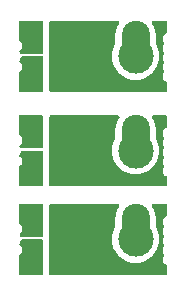
<source format=gbr>
%TF.GenerationSoftware,KiCad,Pcbnew,7.0.7*%
%TF.CreationDate,2024-01-09T18:40:06+08:00*%
%TF.ProjectId,XT302+2 PCB mod,58543330-322b-4322-9050-4342206d6f64,rev?*%
%TF.SameCoordinates,Original*%
%TF.FileFunction,Copper,L1,Top*%
%TF.FilePolarity,Positive*%
%FSLAX46Y46*%
G04 Gerber Fmt 4.6, Leading zero omitted, Abs format (unit mm)*
G04 Created by KiCad (PCBNEW 7.0.7) date 2024-01-09 18:40:06*
%MOMM*%
%LPD*%
G01*
G04 APERTURE LIST*
%TA.AperFunction,ComponentPad*%
%ADD10O,1.350000X1.350000*%
%TD*%
%TA.AperFunction,ComponentPad*%
%ADD11R,1.350000X1.350000*%
%TD*%
%TA.AperFunction,ViaPad*%
%ADD12C,1.000000*%
%TD*%
%TA.AperFunction,ViaPad*%
%ADD13C,3.000000*%
%TD*%
%TA.AperFunction,ViaPad*%
%ADD14C,2.400000*%
%TD*%
%TA.AperFunction,Conductor*%
%ADD15C,2.400000*%
%TD*%
G04 APERTURE END LIST*
D10*
%TO.P,REF\u002A\u002A,2*%
%TO.N,g*%
X195975000Y-151000000D03*
D11*
%TO.P,REF\u002A\u002A,1*%
%TO.N,T0*%
X195975000Y-149000000D03*
%TD*%
%TO.P,REF\u002A\u002A,1*%
%TO.N,T0*%
X195950000Y-141500000D03*
D10*
%TO.P,REF\u002A\u002A,2*%
%TO.N,g*%
X195950000Y-143500000D03*
%TD*%
D11*
%TO.P,REF\u002A\u002A,1*%
%TO.N,T0*%
X195950000Y-133500000D03*
D10*
%TO.P,REF\u002A\u002A,2*%
%TO.N,g*%
X195950000Y-135500000D03*
%TD*%
D12*
%TO.N,T0*%
X195800000Y-140200000D03*
X195800000Y-147650000D03*
X195800000Y-132200000D03*
%TO.N,g*%
X195800000Y-136900000D03*
X195800000Y-152400000D03*
X195800000Y-144900000D03*
D13*
%TO.N,HE-*%
X199800000Y-150000000D03*
X199800000Y-134500000D03*
D14*
X199800000Y-140700000D03*
X199800000Y-132700000D03*
X199800000Y-148200000D03*
D13*
X199800000Y-142500000D03*
D14*
%TO.N,VIN*%
X204800000Y-148200000D03*
D13*
X204800000Y-142500000D03*
D14*
X204800000Y-132700000D03*
D13*
X204800000Y-150000000D03*
D14*
X204800000Y-140700000D03*
D13*
X204800000Y-134500000D03*
%TD*%
D15*
%TO.N,VIN*%
X204800000Y-132700000D02*
X204800000Y-134500000D01*
X204800000Y-140700000D02*
X204800000Y-142500000D01*
X204800000Y-148200000D02*
X204800000Y-150000000D01*
%TD*%
%TA.AperFunction,Conductor*%
%TO.N,HE-*%
G36*
X203391097Y-139520185D02*
G01*
X203436852Y-139572989D01*
X203446796Y-139642147D01*
X203421007Y-139701811D01*
X203391038Y-139739391D01*
X203366730Y-139781493D01*
X203363748Y-139786163D01*
X203334002Y-139828454D01*
X203301052Y-139895000D01*
X203299184Y-139898488D01*
X203263606Y-139960113D01*
X203244675Y-140008348D01*
X203242523Y-140013207D01*
X203218143Y-140062447D01*
X203218135Y-140062468D01*
X203196703Y-140130186D01*
X203195307Y-140134129D01*
X203170494Y-140197355D01*
X203170493Y-140197358D01*
X203158240Y-140251036D01*
X203156906Y-140255945D01*
X203139360Y-140311388D01*
X203139357Y-140311402D01*
X203129003Y-140378429D01*
X203128175Y-140382760D01*
X203113780Y-140445829D01*
X203113778Y-140445840D01*
X203109422Y-140503948D01*
X203108869Y-140508777D01*
X203099500Y-140569440D01*
X203099499Y-140569451D01*
X203099499Y-140634058D01*
X203099326Y-140638691D01*
X203095504Y-140689701D01*
X203094732Y-140700000D01*
X203099327Y-140761326D01*
X203099500Y-140765941D01*
X203099500Y-141408344D01*
X203084332Y-141467771D01*
X202975635Y-141666833D01*
X202875628Y-141934962D01*
X202814804Y-142214566D01*
X202794390Y-142499998D01*
X202794390Y-142500001D01*
X202814804Y-142785433D01*
X202875628Y-143065037D01*
X202875630Y-143065043D01*
X202875631Y-143065046D01*
X202924159Y-143195154D01*
X202975635Y-143333166D01*
X203112770Y-143584309D01*
X203112775Y-143584317D01*
X203284254Y-143813387D01*
X203284270Y-143813405D01*
X203486594Y-144015729D01*
X203486612Y-144015745D01*
X203715682Y-144187224D01*
X203715690Y-144187229D01*
X203966833Y-144324364D01*
X203966832Y-144324364D01*
X203966836Y-144324365D01*
X203966839Y-144324367D01*
X204234954Y-144424369D01*
X204234960Y-144424370D01*
X204234962Y-144424371D01*
X204514566Y-144485195D01*
X204514568Y-144485195D01*
X204514572Y-144485196D01*
X204768220Y-144503337D01*
X204799999Y-144505610D01*
X204800000Y-144505610D01*
X204800001Y-144505610D01*
X204828595Y-144503564D01*
X205085428Y-144485196D01*
X205365046Y-144424369D01*
X205633161Y-144324367D01*
X205884315Y-144187226D01*
X206113395Y-144015739D01*
X206315739Y-143813395D01*
X206487226Y-143584315D01*
X206624367Y-143333161D01*
X206724369Y-143065046D01*
X206785196Y-142785428D01*
X206805610Y-142500000D01*
X206785196Y-142214572D01*
X206770274Y-142145978D01*
X206724371Y-141934962D01*
X206724370Y-141934960D01*
X206724369Y-141934954D01*
X206624367Y-141666839D01*
X206590912Y-141605570D01*
X206515668Y-141467771D01*
X206500500Y-141408344D01*
X206500500Y-140765941D01*
X206500672Y-140761326D01*
X206505268Y-140700000D01*
X206500620Y-140637976D01*
X206500500Y-140634841D01*
X206500500Y-140634823D01*
X206495643Y-140571563D01*
X206486222Y-140445843D01*
X206486218Y-140445828D01*
X206486092Y-140444985D01*
X206485577Y-140440459D01*
X206485516Y-140439656D01*
X206456855Y-140317180D01*
X206429508Y-140197363D01*
X206429505Y-140197355D01*
X206428140Y-140192927D01*
X206428424Y-140192839D01*
X206427515Y-140189922D01*
X206427454Y-140189942D01*
X206426020Y-140185410D01*
X206380120Y-140071527D01*
X206336392Y-139960110D01*
X206334681Y-139957147D01*
X206330859Y-139949301D01*
X206328413Y-139943232D01*
X206267250Y-139840353D01*
X206233268Y-139781493D01*
X206208959Y-139739388D01*
X206204795Y-139734166D01*
X206199984Y-139727206D01*
X206194982Y-139718792D01*
X206182283Y-139703394D01*
X206154817Y-139639150D01*
X206166443Y-139570255D01*
X206213471Y-139518582D01*
X206277948Y-139500500D01*
X207375500Y-139500500D01*
X207442539Y-139520185D01*
X207488294Y-139572989D01*
X207499500Y-139624500D01*
X207499500Y-140436610D01*
X207479815Y-140503649D01*
X207427012Y-140549404D01*
X207326186Y-140595450D01*
X207326184Y-140595451D01*
X207217414Y-140689701D01*
X207139603Y-140810777D01*
X207099058Y-140948864D01*
X207099058Y-141092791D01*
X207139603Y-141230878D01*
X207216919Y-141351185D01*
X207236603Y-141418225D01*
X207216919Y-141485263D01*
X207139603Y-141605570D01*
X207099058Y-141743657D01*
X207099058Y-141887584D01*
X207139603Y-142025671D01*
X207216919Y-142145978D01*
X207236603Y-142213018D01*
X207216919Y-142280056D01*
X207139603Y-142400363D01*
X207099058Y-142538450D01*
X207099058Y-142682377D01*
X207139603Y-142820464D01*
X207216919Y-142940771D01*
X207236603Y-143007811D01*
X207216919Y-143074849D01*
X207139603Y-143195156D01*
X207099058Y-143333243D01*
X207099058Y-143477170D01*
X207139603Y-143615257D01*
X207216919Y-143735564D01*
X207236603Y-143802604D01*
X207216919Y-143869642D01*
X207139603Y-143989949D01*
X207099058Y-144128036D01*
X207099058Y-144271963D01*
X207139603Y-144410050D01*
X207139605Y-144410053D01*
X207217415Y-144531128D01*
X207326184Y-144625376D01*
X207326188Y-144625379D01*
X207427011Y-144671423D01*
X207479815Y-144717177D01*
X207499500Y-144784217D01*
X207499500Y-145376000D01*
X207479815Y-145443039D01*
X207427011Y-145488794D01*
X207375500Y-145500000D01*
X197624000Y-145500000D01*
X197556961Y-145480315D01*
X197511206Y-145427511D01*
X197500000Y-145376000D01*
X197500000Y-139624500D01*
X197519685Y-139557461D01*
X197572489Y-139511706D01*
X197624000Y-139500500D01*
X203324058Y-139500500D01*
X203391097Y-139520185D01*
G37*
%TD.AperFunction*%
%TD*%
%TA.AperFunction,Conductor*%
%TO.N,HE-*%
G36*
X203391097Y-131520185D02*
G01*
X203436852Y-131572989D01*
X203446796Y-131642147D01*
X203421007Y-131701811D01*
X203391038Y-131739391D01*
X203366730Y-131781493D01*
X203363748Y-131786163D01*
X203334002Y-131828454D01*
X203301052Y-131895000D01*
X203299184Y-131898488D01*
X203263606Y-131960113D01*
X203244675Y-132008348D01*
X203242523Y-132013207D01*
X203218143Y-132062447D01*
X203218135Y-132062468D01*
X203196703Y-132130186D01*
X203195307Y-132134129D01*
X203170494Y-132197355D01*
X203170493Y-132197358D01*
X203158240Y-132251036D01*
X203156906Y-132255945D01*
X203139360Y-132311388D01*
X203139357Y-132311402D01*
X203129003Y-132378429D01*
X203128175Y-132382760D01*
X203113780Y-132445829D01*
X203113778Y-132445840D01*
X203109422Y-132503948D01*
X203108869Y-132508777D01*
X203099500Y-132569440D01*
X203099499Y-132569451D01*
X203099499Y-132634058D01*
X203099326Y-132638691D01*
X203095504Y-132689701D01*
X203094732Y-132700000D01*
X203099327Y-132761326D01*
X203099500Y-132765941D01*
X203099500Y-133408344D01*
X203084332Y-133467771D01*
X202975635Y-133666833D01*
X202875628Y-133934962D01*
X202814804Y-134214566D01*
X202794390Y-134499998D01*
X202794390Y-134500001D01*
X202814804Y-134785433D01*
X202875628Y-135065037D01*
X202875630Y-135065043D01*
X202875631Y-135065046D01*
X202924159Y-135195154D01*
X202975635Y-135333166D01*
X203112770Y-135584309D01*
X203112775Y-135584317D01*
X203284254Y-135813387D01*
X203284270Y-135813405D01*
X203486594Y-136015729D01*
X203486612Y-136015745D01*
X203715682Y-136187224D01*
X203715690Y-136187229D01*
X203966833Y-136324364D01*
X203966832Y-136324364D01*
X203966836Y-136324365D01*
X203966839Y-136324367D01*
X204234954Y-136424369D01*
X204234960Y-136424370D01*
X204234962Y-136424371D01*
X204514566Y-136485195D01*
X204514568Y-136485195D01*
X204514572Y-136485196D01*
X204768220Y-136503337D01*
X204799999Y-136505610D01*
X204800000Y-136505610D01*
X204800001Y-136505610D01*
X204828595Y-136503564D01*
X205085428Y-136485196D01*
X205365046Y-136424369D01*
X205633161Y-136324367D01*
X205884315Y-136187226D01*
X206113395Y-136015739D01*
X206315739Y-135813395D01*
X206487226Y-135584315D01*
X206624367Y-135333161D01*
X206724369Y-135065046D01*
X206785196Y-134785428D01*
X206805610Y-134500000D01*
X206785196Y-134214572D01*
X206770274Y-134145978D01*
X206724371Y-133934962D01*
X206724370Y-133934960D01*
X206724369Y-133934954D01*
X206624367Y-133666839D01*
X206590912Y-133605570D01*
X206515668Y-133467771D01*
X206500500Y-133408344D01*
X206500500Y-132765941D01*
X206500672Y-132761326D01*
X206505268Y-132700000D01*
X206500620Y-132637976D01*
X206500500Y-132634841D01*
X206500500Y-132634823D01*
X206495643Y-132571563D01*
X206486222Y-132445843D01*
X206486218Y-132445828D01*
X206486092Y-132444985D01*
X206485577Y-132440459D01*
X206485516Y-132439656D01*
X206456855Y-132317180D01*
X206429508Y-132197363D01*
X206429505Y-132197355D01*
X206428140Y-132192927D01*
X206428424Y-132192839D01*
X206427515Y-132189922D01*
X206427454Y-132189942D01*
X206426020Y-132185410D01*
X206380120Y-132071527D01*
X206336392Y-131960110D01*
X206334681Y-131957147D01*
X206330859Y-131949301D01*
X206328413Y-131943232D01*
X206267250Y-131840353D01*
X206233268Y-131781493D01*
X206208959Y-131739388D01*
X206204795Y-131734166D01*
X206199984Y-131727206D01*
X206194982Y-131718792D01*
X206182283Y-131703394D01*
X206154817Y-131639150D01*
X206166443Y-131570255D01*
X206213471Y-131518582D01*
X206277948Y-131500500D01*
X207375500Y-131500500D01*
X207442539Y-131520185D01*
X207488294Y-131572989D01*
X207499500Y-131624500D01*
X207499500Y-132436610D01*
X207479815Y-132503649D01*
X207427012Y-132549404D01*
X207326186Y-132595450D01*
X207326184Y-132595451D01*
X207217414Y-132689701D01*
X207139603Y-132810777D01*
X207099058Y-132948864D01*
X207099058Y-133092791D01*
X207139603Y-133230878D01*
X207216919Y-133351185D01*
X207236603Y-133418225D01*
X207216919Y-133485263D01*
X207139603Y-133605570D01*
X207099058Y-133743657D01*
X207099058Y-133887584D01*
X207139603Y-134025671D01*
X207216919Y-134145978D01*
X207236603Y-134213018D01*
X207216919Y-134280056D01*
X207139603Y-134400363D01*
X207099058Y-134538450D01*
X207099058Y-134682377D01*
X207139603Y-134820464D01*
X207216919Y-134940771D01*
X207236603Y-135007811D01*
X207216919Y-135074849D01*
X207139603Y-135195156D01*
X207099058Y-135333243D01*
X207099058Y-135477170D01*
X207139603Y-135615257D01*
X207216919Y-135735564D01*
X207236603Y-135802604D01*
X207216919Y-135869642D01*
X207139603Y-135989949D01*
X207099058Y-136128036D01*
X207099058Y-136271963D01*
X207139603Y-136410050D01*
X207139605Y-136410053D01*
X207217415Y-136531128D01*
X207326184Y-136625376D01*
X207326188Y-136625379D01*
X207427011Y-136671423D01*
X207479815Y-136717177D01*
X207499500Y-136784217D01*
X207499500Y-137376000D01*
X207479815Y-137443039D01*
X207427011Y-137488794D01*
X207375500Y-137500000D01*
X197624000Y-137500000D01*
X197556961Y-137480315D01*
X197511206Y-137427511D01*
X197500000Y-137376000D01*
X197500000Y-131624500D01*
X197519685Y-131557461D01*
X197572489Y-131511706D01*
X197624000Y-131500500D01*
X203324058Y-131500500D01*
X203391097Y-131520185D01*
G37*
%TD.AperFunction*%
%TD*%
%TA.AperFunction,Conductor*%
%TO.N,HE-*%
G36*
X203391097Y-147020185D02*
G01*
X203436852Y-147072989D01*
X203446796Y-147142147D01*
X203421007Y-147201811D01*
X203391038Y-147239391D01*
X203366730Y-147281493D01*
X203363748Y-147286163D01*
X203334002Y-147328454D01*
X203301052Y-147395000D01*
X203299184Y-147398488D01*
X203263606Y-147460113D01*
X203244675Y-147508348D01*
X203242523Y-147513207D01*
X203218143Y-147562447D01*
X203218135Y-147562468D01*
X203196703Y-147630186D01*
X203195307Y-147634129D01*
X203170494Y-147697355D01*
X203170493Y-147697358D01*
X203158240Y-147751036D01*
X203156906Y-147755945D01*
X203139360Y-147811388D01*
X203139357Y-147811402D01*
X203129003Y-147878429D01*
X203128175Y-147882760D01*
X203113780Y-147945829D01*
X203113778Y-147945840D01*
X203109422Y-148003948D01*
X203108869Y-148008777D01*
X203099500Y-148069440D01*
X203099499Y-148069451D01*
X203099499Y-148134058D01*
X203099326Y-148138691D01*
X203095504Y-148189701D01*
X203094732Y-148200000D01*
X203099327Y-148261326D01*
X203099500Y-148265941D01*
X203099500Y-148908344D01*
X203084332Y-148967771D01*
X202975635Y-149166833D01*
X202875628Y-149434962D01*
X202814804Y-149714566D01*
X202794390Y-149999998D01*
X202794390Y-150000001D01*
X202814804Y-150285433D01*
X202875628Y-150565037D01*
X202875630Y-150565043D01*
X202875631Y-150565046D01*
X202924159Y-150695154D01*
X202975635Y-150833166D01*
X203112770Y-151084309D01*
X203112775Y-151084317D01*
X203284254Y-151313387D01*
X203284270Y-151313405D01*
X203486594Y-151515729D01*
X203486612Y-151515745D01*
X203715682Y-151687224D01*
X203715690Y-151687229D01*
X203966833Y-151824364D01*
X203966832Y-151824364D01*
X203966836Y-151824365D01*
X203966839Y-151824367D01*
X204234954Y-151924369D01*
X204234960Y-151924370D01*
X204234962Y-151924371D01*
X204514566Y-151985195D01*
X204514568Y-151985195D01*
X204514572Y-151985196D01*
X204768220Y-152003337D01*
X204799999Y-152005610D01*
X204800000Y-152005610D01*
X204800001Y-152005610D01*
X204828595Y-152003564D01*
X205085428Y-151985196D01*
X205365046Y-151924369D01*
X205633161Y-151824367D01*
X205884315Y-151687226D01*
X206113395Y-151515739D01*
X206315739Y-151313395D01*
X206487226Y-151084315D01*
X206624367Y-150833161D01*
X206724369Y-150565046D01*
X206785196Y-150285428D01*
X206805610Y-150000000D01*
X206785196Y-149714572D01*
X206770274Y-149645978D01*
X206724371Y-149434962D01*
X206724370Y-149434960D01*
X206724369Y-149434954D01*
X206624367Y-149166839D01*
X206590912Y-149105570D01*
X206515668Y-148967771D01*
X206500500Y-148908344D01*
X206500500Y-148265941D01*
X206500672Y-148261326D01*
X206505268Y-148200000D01*
X206500620Y-148137976D01*
X206500500Y-148134841D01*
X206500500Y-148134823D01*
X206495643Y-148071563D01*
X206486222Y-147945843D01*
X206486218Y-147945828D01*
X206486092Y-147944985D01*
X206485577Y-147940459D01*
X206485516Y-147939656D01*
X206456855Y-147817180D01*
X206429508Y-147697363D01*
X206429505Y-147697355D01*
X206428140Y-147692927D01*
X206428424Y-147692839D01*
X206427515Y-147689922D01*
X206427454Y-147689942D01*
X206426020Y-147685410D01*
X206380120Y-147571527D01*
X206336392Y-147460110D01*
X206334681Y-147457147D01*
X206330859Y-147449301D01*
X206328413Y-147443232D01*
X206267250Y-147340353D01*
X206233268Y-147281493D01*
X206208959Y-147239388D01*
X206204795Y-147234166D01*
X206199984Y-147227206D01*
X206194982Y-147218792D01*
X206182283Y-147203394D01*
X206154817Y-147139150D01*
X206166443Y-147070255D01*
X206213471Y-147018582D01*
X206277948Y-147000500D01*
X207375500Y-147000500D01*
X207442539Y-147020185D01*
X207488294Y-147072989D01*
X207499500Y-147124500D01*
X207499500Y-147936610D01*
X207479815Y-148003649D01*
X207427012Y-148049404D01*
X207326186Y-148095450D01*
X207326184Y-148095451D01*
X207217414Y-148189701D01*
X207139603Y-148310777D01*
X207099058Y-148448864D01*
X207099058Y-148592791D01*
X207139603Y-148730878D01*
X207216919Y-148851185D01*
X207236603Y-148918225D01*
X207216919Y-148985263D01*
X207139603Y-149105570D01*
X207099058Y-149243657D01*
X207099058Y-149387584D01*
X207139603Y-149525671D01*
X207216919Y-149645978D01*
X207236603Y-149713018D01*
X207216919Y-149780056D01*
X207139603Y-149900363D01*
X207099058Y-150038450D01*
X207099058Y-150182377D01*
X207139603Y-150320464D01*
X207216919Y-150440771D01*
X207236603Y-150507811D01*
X207216919Y-150574849D01*
X207139603Y-150695156D01*
X207099058Y-150833243D01*
X207099058Y-150977170D01*
X207139603Y-151115257D01*
X207216919Y-151235564D01*
X207236603Y-151302604D01*
X207216919Y-151369642D01*
X207139603Y-151489949D01*
X207099058Y-151628036D01*
X207099058Y-151771963D01*
X207139603Y-151910050D01*
X207139605Y-151910053D01*
X207217415Y-152031128D01*
X207326184Y-152125376D01*
X207326188Y-152125379D01*
X207427011Y-152171423D01*
X207479815Y-152217177D01*
X207499500Y-152284217D01*
X207499500Y-152876000D01*
X207479815Y-152943039D01*
X207427011Y-152988794D01*
X207375500Y-153000000D01*
X197624000Y-153000000D01*
X197556961Y-152980315D01*
X197511206Y-152927511D01*
X197500000Y-152876000D01*
X197500000Y-147124500D01*
X197519685Y-147057461D01*
X197572489Y-147011706D01*
X197624000Y-147000500D01*
X203324058Y-147000500D01*
X203391097Y-147020185D01*
G37*
%TD.AperFunction*%
%TD*%
%TA.AperFunction,Conductor*%
%TO.N,T0*%
G36*
X196943039Y-139520185D02*
G01*
X196988794Y-139572989D01*
X197000000Y-139624500D01*
X197000000Y-142170500D01*
X196980315Y-142237539D01*
X196927511Y-142283294D01*
X196876000Y-142294500D01*
X195210787Y-142294500D01*
X195203455Y-142294762D01*
X195182147Y-142296285D01*
X195167304Y-142300073D01*
X195097479Y-142297576D01*
X195040089Y-142257725D01*
X195032328Y-142246962D01*
X195026272Y-142237539D01*
X194982143Y-142168872D01*
X194982142Y-142168871D01*
X194977862Y-142162211D01*
X194958178Y-142095172D01*
X194977863Y-142028132D01*
X195000976Y-142001459D01*
X195082143Y-141931128D01*
X195159953Y-141810053D01*
X195200500Y-141671961D01*
X195200500Y-141528039D01*
X195200500Y-141528037D01*
X195200499Y-141528036D01*
X195159954Y-141389949D01*
X195159953Y-141389947D01*
X195082143Y-141268872D01*
X194973373Y-141174623D01*
X194973368Y-141174620D01*
X194972976Y-141174441D01*
X194972650Y-141174158D01*
X194965913Y-141169829D01*
X194966536Y-141168859D01*
X194920177Y-141128680D01*
X194900500Y-141061652D01*
X194900500Y-139624500D01*
X194920185Y-139557461D01*
X194972989Y-139511706D01*
X195024500Y-139500500D01*
X196876000Y-139500500D01*
X196943039Y-139520185D01*
G37*
%TD.AperFunction*%
%TD*%
%TA.AperFunction,Conductor*%
%TO.N,g*%
G36*
X196943039Y-142519685D02*
G01*
X196988794Y-142572489D01*
X197000000Y-142624000D01*
X197000000Y-145376000D01*
X196980315Y-145443039D01*
X196927511Y-145488794D01*
X196876000Y-145500000D01*
X195024500Y-145500000D01*
X194957461Y-145480315D01*
X194911706Y-145427511D01*
X194900500Y-145376000D01*
X194900500Y-143938346D01*
X194920185Y-143871307D01*
X194966537Y-143831142D01*
X194965913Y-143830171D01*
X194972669Y-143825829D01*
X194972988Y-143825552D01*
X194973373Y-143825377D01*
X195082143Y-143731128D01*
X195159953Y-143610053D01*
X195200500Y-143471961D01*
X195200500Y-143328039D01*
X195200500Y-143328038D01*
X195200500Y-143328037D01*
X195200499Y-143328036D01*
X195159954Y-143189949D01*
X195159953Y-143189947D01*
X195082143Y-143068872D01*
X195000975Y-142998540D01*
X194963201Y-142939762D01*
X194963201Y-142869892D01*
X194977863Y-142837787D01*
X194982141Y-142831129D01*
X194982143Y-142831128D01*
X195059953Y-142710053D01*
X195095478Y-142589066D01*
X195133252Y-142530287D01*
X195196807Y-142501262D01*
X195214455Y-142500000D01*
X196876000Y-142500000D01*
X196943039Y-142519685D01*
G37*
%TD.AperFunction*%
%TD*%
%TA.AperFunction,Conductor*%
%TO.N,T0*%
G36*
X196943039Y-131520185D02*
G01*
X196988794Y-131572989D01*
X197000000Y-131624500D01*
X197000000Y-134170500D01*
X196980315Y-134237539D01*
X196927511Y-134283294D01*
X196876000Y-134294500D01*
X195210787Y-134294500D01*
X195203455Y-134294762D01*
X195182147Y-134296285D01*
X195167304Y-134300073D01*
X195097479Y-134297576D01*
X195040089Y-134257725D01*
X195032328Y-134246962D01*
X195026272Y-134237539D01*
X194982143Y-134168872D01*
X194982142Y-134168871D01*
X194977862Y-134162211D01*
X194958178Y-134095172D01*
X194977863Y-134028132D01*
X195000976Y-134001459D01*
X195082143Y-133931128D01*
X195159953Y-133810053D01*
X195200500Y-133671961D01*
X195200500Y-133528039D01*
X195200500Y-133528037D01*
X195200499Y-133528036D01*
X195159954Y-133389949D01*
X195159953Y-133389947D01*
X195082143Y-133268872D01*
X194973373Y-133174623D01*
X194973368Y-133174620D01*
X194972976Y-133174441D01*
X194972650Y-133174158D01*
X194965913Y-133169829D01*
X194966536Y-133168859D01*
X194920177Y-133128680D01*
X194900500Y-133061652D01*
X194900500Y-131624500D01*
X194920185Y-131557461D01*
X194972989Y-131511706D01*
X195024500Y-131500500D01*
X196876000Y-131500500D01*
X196943039Y-131520185D01*
G37*
%TD.AperFunction*%
%TD*%
%TA.AperFunction,Conductor*%
%TO.N,T0*%
G36*
X196943039Y-147020185D02*
G01*
X196988794Y-147072989D01*
X197000000Y-147124500D01*
X197000000Y-149670500D01*
X196980315Y-149737539D01*
X196927511Y-149783294D01*
X196876000Y-149794500D01*
X195210787Y-149794500D01*
X195203455Y-149794762D01*
X195182147Y-149796285D01*
X195167304Y-149800073D01*
X195097479Y-149797576D01*
X195040089Y-149757725D01*
X195032328Y-149746962D01*
X195026272Y-149737539D01*
X194982143Y-149668872D01*
X194982142Y-149668871D01*
X194977862Y-149662211D01*
X194958178Y-149595172D01*
X194977863Y-149528132D01*
X195000976Y-149501459D01*
X195082143Y-149431128D01*
X195159953Y-149310053D01*
X195200500Y-149171961D01*
X195200500Y-149028039D01*
X195200500Y-149028037D01*
X195200499Y-149028036D01*
X195159954Y-148889949D01*
X195159953Y-148889947D01*
X195082143Y-148768872D01*
X194973373Y-148674623D01*
X194973368Y-148674620D01*
X194972976Y-148674441D01*
X194972650Y-148674158D01*
X194965913Y-148669829D01*
X194966536Y-148668859D01*
X194920177Y-148628680D01*
X194900500Y-148561652D01*
X194900500Y-147124500D01*
X194920185Y-147057461D01*
X194972989Y-147011706D01*
X195024500Y-147000500D01*
X196876000Y-147000500D01*
X196943039Y-147020185D01*
G37*
%TD.AperFunction*%
%TD*%
%TA.AperFunction,Conductor*%
%TO.N,g*%
G36*
X196943039Y-134519685D02*
G01*
X196988794Y-134572489D01*
X197000000Y-134624000D01*
X197000000Y-137376000D01*
X196980315Y-137443039D01*
X196927511Y-137488794D01*
X196876000Y-137500000D01*
X195024500Y-137500000D01*
X194957461Y-137480315D01*
X194911706Y-137427511D01*
X194900500Y-137376000D01*
X194900500Y-135938346D01*
X194920185Y-135871307D01*
X194966537Y-135831142D01*
X194965913Y-135830171D01*
X194972669Y-135825829D01*
X194972988Y-135825552D01*
X194973373Y-135825377D01*
X195082143Y-135731128D01*
X195159953Y-135610053D01*
X195200500Y-135471961D01*
X195200500Y-135328039D01*
X195200500Y-135328038D01*
X195200500Y-135328037D01*
X195200499Y-135328036D01*
X195159954Y-135189949D01*
X195159953Y-135189947D01*
X195082143Y-135068872D01*
X195000975Y-134998540D01*
X194963201Y-134939762D01*
X194963201Y-134869892D01*
X194977863Y-134837787D01*
X194982141Y-134831129D01*
X194982143Y-134831128D01*
X195059953Y-134710053D01*
X195095478Y-134589066D01*
X195133252Y-134530287D01*
X195196807Y-134501262D01*
X195214455Y-134500000D01*
X196876000Y-134500000D01*
X196943039Y-134519685D01*
G37*
%TD.AperFunction*%
%TD*%
%TA.AperFunction,Conductor*%
%TO.N,g*%
G36*
X196943039Y-150019685D02*
G01*
X196988794Y-150072489D01*
X197000000Y-150124000D01*
X197000000Y-152876000D01*
X196980315Y-152943039D01*
X196927511Y-152988794D01*
X196876000Y-153000000D01*
X195024500Y-153000000D01*
X194957461Y-152980315D01*
X194911706Y-152927511D01*
X194900500Y-152876000D01*
X194900500Y-151438346D01*
X194920185Y-151371307D01*
X194966537Y-151331142D01*
X194965913Y-151330171D01*
X194972669Y-151325829D01*
X194972988Y-151325552D01*
X194973373Y-151325377D01*
X195082143Y-151231128D01*
X195159953Y-151110053D01*
X195200500Y-150971961D01*
X195200500Y-150828039D01*
X195200500Y-150828037D01*
X195200499Y-150828036D01*
X195159954Y-150689949D01*
X195159953Y-150689947D01*
X195082143Y-150568872D01*
X195000975Y-150498540D01*
X194963201Y-150439762D01*
X194963201Y-150369892D01*
X194977863Y-150337787D01*
X194982141Y-150331129D01*
X194982143Y-150331128D01*
X195059953Y-150210053D01*
X195095478Y-150089066D01*
X195133252Y-150030287D01*
X195196807Y-150001262D01*
X195214455Y-150000000D01*
X196876000Y-150000000D01*
X196943039Y-150019685D01*
G37*
%TD.AperFunction*%
%TD*%
M02*

</source>
